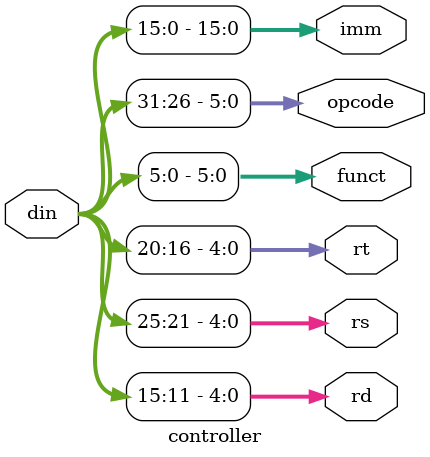
<source format=v>
module controller(input[31:0] din, output[4:0]rd, output[4:0]rs, output[4:0]rt, output[5:0]funct, output[5:0]opcode, output[15:0]imm);
    assign funct=din[5:0];
    assign opcode=din[31:26];
    assign rd=din[15:11];
    assign rs=din[25:21];
    assign rt=din[20:16];
    assign imm=din[15:0];
endmodule

</source>
